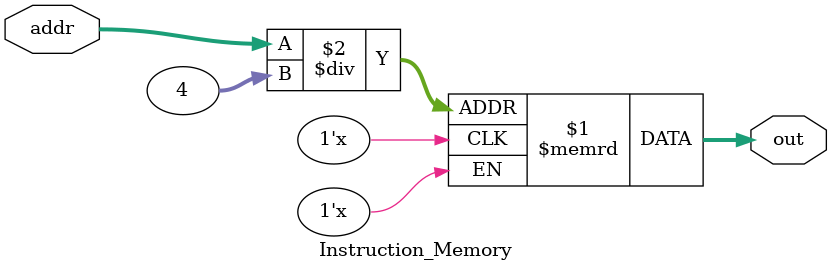
<source format=v>
/*
  MIPS SINGLE CYCLE CPU IMPLEMENTED BY :   
  ARDESHIR  ALIREZA 
  92213118  92213034
*/
`include "MIPS_DEFINES.v"

module Instruction_Memory(
	input [31:0] addr,
	output [31:0] out
);

  // Write your code here. You can modify all of the codes
	reg [31:0] memory [0:200];
	
	 /*initial begin
	  $readmemh("inputi.hex", memory);
	  end*/
	 
	 assign out = memory [addr/4];
	  
	
	
endmodule	
	
</source>
